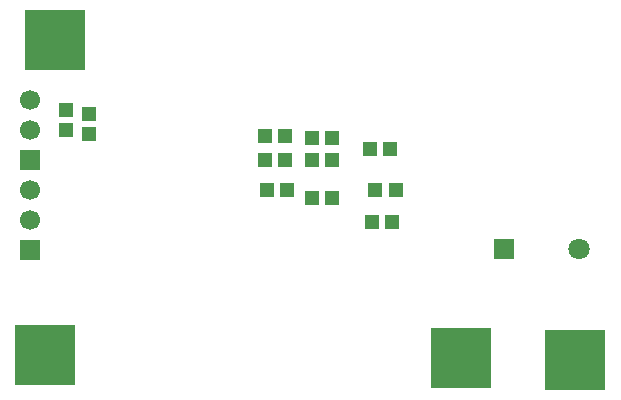
<source format=gbs>
G04 DipTrace 3.0.0.2*
G04 silbasmp6531BIG.GBS*
%MOIN*%
G04 #@! TF.FileFunction,Soldermask,Bot*
G04 #@! TF.Part,Single*
%ADD59R,0.204724X0.204724*%
%ADD63C,0.066929*%
%ADD65R,0.066929X0.066929*%
%ADD69R,0.051181X0.047244*%
%ADD73R,0.070866X0.070866*%
%ADD75C,0.070866*%
%ADD79R,0.047244X0.051181*%
%FSLAX26Y26*%
G04*
G70*
G90*
G75*
G01*
G04 BotMask*
%LPD*%
D79*
X693669Y1270281D3*
Y1337210D3*
X618677Y1282780D3*
Y1349709D3*
D75*
X2328362Y886436D3*
D73*
X2078362D3*
D65*
X499940Y882822D3*
D63*
Y982822D3*
Y1082822D3*
D65*
Y1182790D3*
D63*
Y1282790D3*
Y1382790D3*
D59*
X581181Y1582748D3*
X549934Y532858D3*
X1934654Y523972D3*
X2315862Y517723D3*
D69*
X1287357Y1082801D3*
X1354286D3*
X1281108Y1182790D3*
X1348037D3*
X1281108Y1264031D3*
X1348037D3*
X1637320Y976562D3*
X1704249D3*
X1649819Y1082801D3*
X1716748D3*
X1631071Y1220286D3*
X1698000D3*
X1506084Y1057803D3*
X1439155D3*
X1506084Y1182790D3*
X1439155D3*
X1506084Y1257782D3*
X1439155D3*
M02*

</source>
